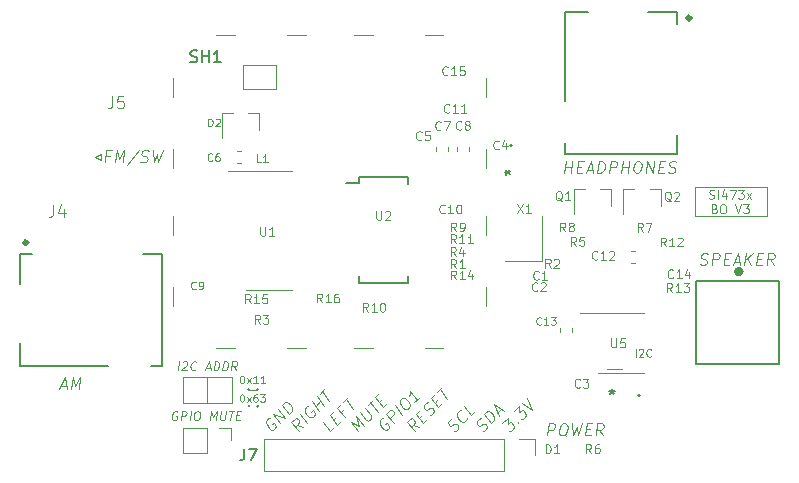
<source format=gbr>
%TF.GenerationSoftware,KiCad,Pcbnew,(5.1.6-0-10_14)*%
%TF.CreationDate,2021-03-25T12:14:58-05:00*%
%TF.ProjectId,MBRadio_4732_BO3,4d425261-6469-46f5-9f34-3733325f424f,rev?*%
%TF.SameCoordinates,Original*%
%TF.FileFunction,Legend,Top*%
%TF.FilePolarity,Positive*%
%FSLAX46Y46*%
G04 Gerber Fmt 4.6, Leading zero omitted, Abs format (unit mm)*
G04 Created by KiCad (PCBNEW (5.1.6-0-10_14)) date 2021-03-25 12:14:58*
%MOMM*%
%LPD*%
G01*
G04 APERTURE LIST*
%ADD10C,0.100000*%
%ADD11C,0.120000*%
%ADD12C,0.127000*%
%ADD13C,0.340000*%
%ADD14C,0.150000*%
%ADD15C,0.152400*%
%ADD16C,0.400000*%
%ADD17C,0.015000*%
G04 APERTURE END LIST*
D10*
X96447410Y-114112380D02*
X96572410Y-113112380D01*
X96512886Y-113588571D02*
X97084315Y-113588571D01*
X97018839Y-114112380D02*
X97143839Y-113112380D01*
X97560505Y-113588571D02*
X97893839Y-113588571D01*
X97971220Y-114112380D02*
X97495029Y-114112380D01*
X97620029Y-113112380D01*
X98096220Y-113112380D01*
X98387886Y-113826666D02*
X98864077Y-113826666D01*
X98256934Y-114112380D02*
X98715267Y-113112380D01*
X98923601Y-114112380D01*
X99256934Y-114112380D02*
X99381934Y-113112380D01*
X99620029Y-113112380D01*
X99756934Y-113160000D01*
X99840267Y-113255238D01*
X99875982Y-113350476D01*
X99899791Y-113540952D01*
X99881934Y-113683809D01*
X99810505Y-113874285D01*
X99750982Y-113969523D01*
X99643839Y-114064761D01*
X99495029Y-114112380D01*
X99256934Y-114112380D01*
X100256934Y-114112380D02*
X100381934Y-113112380D01*
X100762886Y-113112380D01*
X100852172Y-113160000D01*
X100893839Y-113207619D01*
X100929553Y-113302857D01*
X100911696Y-113445714D01*
X100852172Y-113540952D01*
X100798601Y-113588571D01*
X100697410Y-113636190D01*
X100316458Y-113636190D01*
X101256934Y-114112380D02*
X101381934Y-113112380D01*
X101322410Y-113588571D02*
X101893839Y-113588571D01*
X101828363Y-114112380D02*
X101953363Y-113112380D01*
X102620029Y-113112380D02*
X102810505Y-113112380D01*
X102899791Y-113160000D01*
X102983125Y-113255238D01*
X103006934Y-113445714D01*
X102965267Y-113779047D01*
X102893839Y-113969523D01*
X102786696Y-114064761D01*
X102685505Y-114112380D01*
X102495029Y-114112380D01*
X102405744Y-114064761D01*
X102322410Y-113969523D01*
X102298601Y-113779047D01*
X102340267Y-113445714D01*
X102411696Y-113255238D01*
X102518839Y-113160000D01*
X102620029Y-113112380D01*
X103352172Y-114112380D02*
X103477172Y-113112380D01*
X103923601Y-114112380D01*
X104048601Y-113112380D01*
X104465267Y-113588571D02*
X104798601Y-113588571D01*
X104875982Y-114112380D02*
X104399791Y-114112380D01*
X104524791Y-113112380D01*
X105000982Y-113112380D01*
X105262886Y-114064761D02*
X105399791Y-114112380D01*
X105637886Y-114112380D01*
X105739077Y-114064761D01*
X105792648Y-114017142D01*
X105852172Y-113921904D01*
X105864077Y-113826666D01*
X105828363Y-113731428D01*
X105786696Y-113683809D01*
X105697410Y-113636190D01*
X105512886Y-113588571D01*
X105423601Y-113540952D01*
X105381934Y-113493333D01*
X105346220Y-113398095D01*
X105358125Y-113302857D01*
X105417648Y-113207619D01*
X105471220Y-113160000D01*
X105572410Y-113112380D01*
X105810505Y-113112380D01*
X105947410Y-113160000D01*
X107940982Y-121864761D02*
X108077886Y-121912380D01*
X108315982Y-121912380D01*
X108417172Y-121864761D01*
X108470744Y-121817142D01*
X108530267Y-121721904D01*
X108542172Y-121626666D01*
X108506458Y-121531428D01*
X108464791Y-121483809D01*
X108375505Y-121436190D01*
X108190982Y-121388571D01*
X108101696Y-121340952D01*
X108060029Y-121293333D01*
X108024315Y-121198095D01*
X108036220Y-121102857D01*
X108095744Y-121007619D01*
X108149315Y-120960000D01*
X108250505Y-120912380D01*
X108488601Y-120912380D01*
X108625505Y-120960000D01*
X108935029Y-121912380D02*
X109060029Y-120912380D01*
X109440982Y-120912380D01*
X109530267Y-120960000D01*
X109571934Y-121007619D01*
X109607648Y-121102857D01*
X109589791Y-121245714D01*
X109530267Y-121340952D01*
X109476696Y-121388571D01*
X109375505Y-121436190D01*
X108994553Y-121436190D01*
X110000505Y-121388571D02*
X110333839Y-121388571D01*
X110411220Y-121912380D02*
X109935029Y-121912380D01*
X110060029Y-120912380D01*
X110536220Y-120912380D01*
X110827886Y-121626666D02*
X111304077Y-121626666D01*
X110696934Y-121912380D02*
X111155267Y-120912380D01*
X111363601Y-121912380D01*
X111696934Y-121912380D02*
X111821934Y-120912380D01*
X112268363Y-121912380D02*
X111911220Y-121340952D01*
X112393363Y-120912380D02*
X111750505Y-121483809D01*
X112762410Y-121388571D02*
X113095744Y-121388571D01*
X113173125Y-121912380D02*
X112696934Y-121912380D01*
X112821934Y-120912380D01*
X113298125Y-120912380D01*
X114173125Y-121912380D02*
X113899315Y-121436190D01*
X113601696Y-121912380D02*
X113726696Y-120912380D01*
X114107648Y-120912380D01*
X114196934Y-120960000D01*
X114238601Y-121007619D01*
X114274315Y-121102857D01*
X114256458Y-121245714D01*
X114196934Y-121340952D01*
X114143363Y-121388571D01*
X114042172Y-121436190D01*
X113661220Y-121436190D01*
X76988619Y-135652042D02*
X76651901Y-135988759D01*
X76033183Y-135193264D01*
X76900230Y-134999652D02*
X77135932Y-134763949D01*
X77561038Y-135079622D02*
X77224321Y-135416339D01*
X76605602Y-134620844D01*
X76942320Y-134284127D01*
X77775696Y-134124186D02*
X77539994Y-134359888D01*
X77864084Y-134776576D02*
X77245366Y-133981081D01*
X77582083Y-133644364D01*
X77750442Y-133476005D02*
X78154503Y-133071944D01*
X78571191Y-134069469D02*
X77952472Y-133273974D01*
X74369245Y-135584698D02*
X73838914Y-135441593D01*
X73965184Y-135988759D02*
X73346465Y-135193264D01*
X73615839Y-134923890D01*
X73712645Y-134894427D01*
X73775780Y-134898636D01*
X73868377Y-134940725D01*
X73956766Y-135054368D01*
X73982019Y-135163801D01*
X73977810Y-135235353D01*
X73939930Y-135340578D01*
X73670556Y-135609952D01*
X74672290Y-135281652D02*
X74053572Y-134486157D01*
X74790141Y-133816931D02*
X74693335Y-133846394D01*
X74592320Y-133947409D01*
X74520767Y-134086305D01*
X74512350Y-134229410D01*
X74537603Y-134338843D01*
X74621783Y-134524038D01*
X74710171Y-134637680D01*
X74861694Y-134755531D01*
X74954291Y-134797621D01*
X75080560Y-134806038D01*
X75211038Y-134742904D01*
X75278382Y-134675560D01*
X75349934Y-134536664D01*
X75354143Y-134465112D01*
X75147904Y-134199947D01*
X75013217Y-134334634D01*
X75716115Y-134237828D02*
X75097396Y-133442333D01*
X75392024Y-133821140D02*
X75796085Y-133417079D01*
X76120176Y-133833767D02*
X75501457Y-133038272D01*
X75737159Y-132802569D02*
X76141220Y-132398508D01*
X76557908Y-133396034D02*
X75939190Y-132600539D01*
X63703169Y-134315000D02*
X63636205Y-134279285D01*
X63529062Y-134279285D01*
X63417455Y-134315000D01*
X63337098Y-134386428D01*
X63292455Y-134457857D01*
X63238883Y-134600714D01*
X63225491Y-134707857D01*
X63243348Y-134850714D01*
X63270133Y-134922142D01*
X63332633Y-134993571D01*
X63435312Y-135029285D01*
X63506741Y-135029285D01*
X63618348Y-134993571D01*
X63658526Y-134957857D01*
X63689776Y-134707857D01*
X63546919Y-134707857D01*
X63971026Y-135029285D02*
X64064776Y-134279285D01*
X64350491Y-134279285D01*
X64417455Y-134315000D01*
X64448705Y-134350714D01*
X64475491Y-134422142D01*
X64462098Y-134529285D01*
X64417455Y-134600714D01*
X64377276Y-134636428D01*
X64301383Y-134672142D01*
X64015669Y-134672142D01*
X64721026Y-135029285D02*
X64814776Y-134279285D01*
X65314776Y-134279285D02*
X65457633Y-134279285D01*
X65524598Y-134315000D01*
X65587098Y-134386428D01*
X65604955Y-134529285D01*
X65573705Y-134779285D01*
X65520133Y-134922142D01*
X65439776Y-134993571D01*
X65363883Y-135029285D01*
X65221026Y-135029285D01*
X65154062Y-134993571D01*
X65091562Y-134922142D01*
X65073705Y-134779285D01*
X65104955Y-134529285D01*
X65158526Y-134386428D01*
X65238883Y-134315000D01*
X65314776Y-134279285D01*
X66435312Y-135029285D02*
X66529062Y-134279285D01*
X66712098Y-134815000D01*
X67029062Y-134279285D01*
X66935312Y-135029285D01*
X67386205Y-134279285D02*
X67310312Y-134886428D01*
X67337098Y-134957857D01*
X67368348Y-134993571D01*
X67435312Y-135029285D01*
X67578169Y-135029285D01*
X67654062Y-134993571D01*
X67694241Y-134957857D01*
X67738883Y-134886428D01*
X67814776Y-134279285D01*
X68064776Y-134279285D02*
X68493348Y-134279285D01*
X68185312Y-135029285D02*
X68279062Y-134279285D01*
X68698705Y-134636428D02*
X68948705Y-134636428D01*
X69006741Y-135029285D02*
X68649598Y-135029285D01*
X68743348Y-134279285D01*
X69100491Y-134279285D01*
X63721741Y-130819285D02*
X63815491Y-130069285D01*
X64127991Y-130140714D02*
X64168169Y-130105000D01*
X64244062Y-130069285D01*
X64422633Y-130069285D01*
X64489598Y-130105000D01*
X64520848Y-130140714D01*
X64547633Y-130212142D01*
X64538705Y-130283571D01*
X64489598Y-130390714D01*
X64007455Y-130819285D01*
X64471741Y-130819285D01*
X65230669Y-130747857D02*
X65190491Y-130783571D01*
X65078883Y-130819285D01*
X65007455Y-130819285D01*
X64904776Y-130783571D01*
X64842276Y-130712142D01*
X64815491Y-130640714D01*
X64797633Y-130497857D01*
X64811026Y-130390714D01*
X64864598Y-130247857D01*
X64909241Y-130176428D01*
X64989598Y-130105000D01*
X65101205Y-130069285D01*
X65172633Y-130069285D01*
X65275312Y-130105000D01*
X65306562Y-130140714D01*
X66105669Y-130605000D02*
X66462812Y-130605000D01*
X66007455Y-130819285D02*
X66351205Y-130069285D01*
X66507455Y-130819285D01*
X66757455Y-130819285D02*
X66851205Y-130069285D01*
X67029776Y-130069285D01*
X67132455Y-130105000D01*
X67194955Y-130176428D01*
X67221741Y-130247857D01*
X67239598Y-130390714D01*
X67226205Y-130497857D01*
X67172633Y-130640714D01*
X67127991Y-130712142D01*
X67047633Y-130783571D01*
X66936026Y-130819285D01*
X66757455Y-130819285D01*
X67507455Y-130819285D02*
X67601205Y-130069285D01*
X67779776Y-130069285D01*
X67882455Y-130105000D01*
X67944955Y-130176428D01*
X67971741Y-130247857D01*
X67989598Y-130390714D01*
X67976205Y-130497857D01*
X67922633Y-130640714D01*
X67877991Y-130712142D01*
X67797633Y-130783571D01*
X67686026Y-130819285D01*
X67507455Y-130819285D01*
X68686026Y-130819285D02*
X68480669Y-130462142D01*
X68257455Y-130819285D02*
X68351205Y-130069285D01*
X68636919Y-130069285D01*
X68703883Y-130105000D01*
X68735133Y-130140714D01*
X68761919Y-130212142D01*
X68748526Y-130319285D01*
X68703883Y-130390714D01*
X68663705Y-130426428D01*
X68587812Y-130462142D01*
X68302098Y-130462142D01*
X53820267Y-132126666D02*
X54296458Y-132126666D01*
X53689315Y-132412380D02*
X54147648Y-131412380D01*
X54355982Y-132412380D01*
X54689315Y-132412380D02*
X54814315Y-131412380D01*
X55058363Y-132126666D01*
X55480982Y-131412380D01*
X55355982Y-132412380D01*
X57959553Y-112668571D02*
X57626220Y-112668571D01*
X57560744Y-113192380D02*
X57685744Y-112192380D01*
X58161934Y-112192380D01*
X58417886Y-113192380D02*
X58542886Y-112192380D01*
X58786934Y-112906666D01*
X59209553Y-112192380D01*
X59084553Y-113192380D01*
X60405982Y-112144761D02*
X59388125Y-113430476D01*
X60566696Y-113144761D02*
X60703601Y-113192380D01*
X60941696Y-113192380D01*
X61042886Y-113144761D01*
X61096458Y-113097142D01*
X61155982Y-113001904D01*
X61167886Y-112906666D01*
X61132172Y-112811428D01*
X61090505Y-112763809D01*
X61001220Y-112716190D01*
X60816696Y-112668571D01*
X60727410Y-112620952D01*
X60685744Y-112573333D01*
X60650029Y-112478095D01*
X60661934Y-112382857D01*
X60721458Y-112287619D01*
X60775029Y-112240000D01*
X60876220Y-112192380D01*
X61114315Y-112192380D01*
X61251220Y-112240000D01*
X61590505Y-112192380D02*
X61703601Y-113192380D01*
X61983363Y-112478095D01*
X62084553Y-113192380D01*
X62447648Y-112192380D01*
X71494050Y-134860755D02*
X71397244Y-134890218D01*
X71296228Y-134991233D01*
X71224676Y-135130129D01*
X71216258Y-135273234D01*
X71241512Y-135382667D01*
X71325691Y-135567862D01*
X71414080Y-135681504D01*
X71565602Y-135799355D01*
X71658200Y-135841445D01*
X71784469Y-135849863D01*
X71914947Y-135786728D01*
X71982290Y-135719385D01*
X72053843Y-135580489D01*
X72058052Y-135508937D01*
X71851812Y-135243771D01*
X71717125Y-135378458D01*
X72420023Y-135281652D02*
X71801305Y-134486157D01*
X72824084Y-134877591D01*
X72205366Y-134082096D01*
X73160802Y-134540874D02*
X72542083Y-133745379D01*
X72710442Y-133577020D01*
X72840920Y-133513885D01*
X72967189Y-133522303D01*
X73059786Y-133564393D01*
X73211309Y-133682244D01*
X73299698Y-133795886D01*
X73383877Y-133981081D01*
X73409131Y-134090514D01*
X73400713Y-134233619D01*
X73329160Y-134372515D01*
X73160802Y-134540874D01*
X78996706Y-135988759D02*
X78377988Y-135193264D01*
X79055632Y-135525772D01*
X78849393Y-134721859D01*
X79468111Y-135517354D01*
X79186110Y-134385142D02*
X79686977Y-135029114D01*
X79779575Y-135071204D01*
X79842709Y-135075413D01*
X79939515Y-135045950D01*
X80074202Y-134911263D01*
X80112083Y-134806039D01*
X80116292Y-134734486D01*
X80091038Y-134625053D01*
X79590171Y-133981081D01*
X79825873Y-133745378D02*
X80229934Y-133341317D01*
X80646622Y-134338843D02*
X80027904Y-133543348D01*
X80760264Y-133484422D02*
X80995967Y-133248720D01*
X81421073Y-133564393D02*
X81084355Y-133901110D01*
X80465637Y-133105615D01*
X80802354Y-132768898D01*
X81088974Y-134860755D02*
X80992167Y-134890217D01*
X80891152Y-134991233D01*
X80819600Y-135130129D01*
X80811182Y-135273234D01*
X80836436Y-135382667D01*
X80920615Y-135567861D01*
X81009003Y-135681504D01*
X81160526Y-135799355D01*
X81253123Y-135841444D01*
X81379393Y-135849862D01*
X81509871Y-135786728D01*
X81577214Y-135719384D01*
X81648767Y-135580488D01*
X81652975Y-135508936D01*
X81446736Y-135243771D01*
X81312049Y-135378458D01*
X82014947Y-135281651D02*
X81396228Y-134486156D01*
X81665602Y-134216782D01*
X81762409Y-134187320D01*
X81825543Y-134191529D01*
X81918141Y-134233618D01*
X82006529Y-134347260D01*
X82031783Y-134456694D01*
X82027574Y-134528246D01*
X81989693Y-134633470D01*
X81720319Y-134902844D01*
X82722054Y-134574545D02*
X82103335Y-133779050D01*
X82574740Y-133307645D02*
X82709427Y-133172958D01*
X82806233Y-133143495D01*
X82932502Y-133151913D01*
X83084025Y-133269764D01*
X83290264Y-133534929D01*
X83374444Y-133720124D01*
X83366026Y-133863229D01*
X83328145Y-133968453D01*
X83193458Y-134103140D01*
X83096652Y-134132603D01*
X82970383Y-134124185D01*
X82818860Y-134006334D01*
X82612620Y-133741169D01*
X82528441Y-133555974D01*
X82536859Y-133412869D01*
X82574740Y-133307645D01*
X84169939Y-133126659D02*
X83765878Y-133530720D01*
X83967908Y-133328690D02*
X83349190Y-132533195D01*
X83370235Y-132714180D01*
X83361817Y-132857285D01*
X83323936Y-132962510D01*
X84175065Y-135584697D02*
X83644735Y-135441592D01*
X83771004Y-135988758D02*
X83152286Y-135193263D01*
X83421660Y-134923889D01*
X83518466Y-134894426D01*
X83581601Y-134898635D01*
X83674198Y-134940725D01*
X83762586Y-135054367D01*
X83787840Y-135163800D01*
X83783631Y-135235353D01*
X83745750Y-135340577D01*
X83476376Y-135609951D01*
X84154020Y-134864963D02*
X84389723Y-134629261D01*
X84814828Y-134944934D02*
X84478111Y-135281651D01*
X83859393Y-134486156D01*
X84196110Y-134149439D01*
X85054740Y-134637679D02*
X85185218Y-134574545D01*
X85353576Y-134406186D01*
X85391457Y-134300962D01*
X85395666Y-134229409D01*
X85370412Y-134119976D01*
X85311487Y-134044214D01*
X85218889Y-134002125D01*
X85155755Y-133997916D01*
X85058949Y-134027379D01*
X84894799Y-134124185D01*
X84797993Y-134153648D01*
X84734858Y-134149439D01*
X84642261Y-134107349D01*
X84583335Y-134031588D01*
X84558081Y-133922154D01*
X84562290Y-133850602D01*
X84600171Y-133745378D01*
X84768530Y-133577019D01*
X84899008Y-133513884D01*
X85467219Y-133551765D02*
X85702921Y-133316063D01*
X86128027Y-133631736D02*
X85791309Y-133968453D01*
X85172591Y-133172958D01*
X85509308Y-132836240D01*
X85711339Y-132634210D02*
X86115400Y-132230149D01*
X86532088Y-133227674D02*
X85913369Y-132432179D01*
X87120797Y-135984550D02*
X87251275Y-135921415D01*
X87419634Y-135753056D01*
X87457515Y-135647832D01*
X87461724Y-135576280D01*
X87436470Y-135466847D01*
X87377544Y-135391085D01*
X87284947Y-135348995D01*
X87221812Y-135344786D01*
X87125006Y-135374249D01*
X86960856Y-135471056D01*
X86864050Y-135500518D01*
X86800915Y-135496309D01*
X86708318Y-135454220D01*
X86649393Y-135378458D01*
X86624139Y-135269025D01*
X86628348Y-135197473D01*
X86666228Y-135092248D01*
X86834587Y-134923890D01*
X86965065Y-134860755D01*
X88202502Y-134835501D02*
X88198293Y-134907054D01*
X88126741Y-135045950D01*
X88059397Y-135113293D01*
X87928919Y-135176428D01*
X87802650Y-135168010D01*
X87710053Y-135125920D01*
X87558530Y-135008069D01*
X87470141Y-134894427D01*
X87385962Y-134709232D01*
X87360708Y-134599799D01*
X87369126Y-134456694D01*
X87440679Y-134317798D01*
X87508022Y-134250455D01*
X87638500Y-134187320D01*
X87701635Y-134191529D01*
X88901191Y-134271499D02*
X88564473Y-134608217D01*
X87945755Y-133812722D01*
X89543961Y-135984550D02*
X89674439Y-135921415D01*
X89842798Y-135753056D01*
X89880679Y-135647832D01*
X89884888Y-135576280D01*
X89859634Y-135466846D01*
X89800708Y-135391085D01*
X89708111Y-135348995D01*
X89644976Y-135344786D01*
X89548170Y-135374249D01*
X89384020Y-135471055D01*
X89287214Y-135500518D01*
X89224080Y-135496309D01*
X89131482Y-135454220D01*
X89072557Y-135378458D01*
X89047303Y-135269025D01*
X89051512Y-135197472D01*
X89089393Y-135092248D01*
X89257751Y-134923889D01*
X89388229Y-134860755D01*
X90280531Y-135315324D02*
X89661812Y-134519828D01*
X89830171Y-134351470D01*
X89960649Y-134288335D01*
X90086918Y-134296753D01*
X90179515Y-134338843D01*
X90331038Y-134456694D01*
X90419427Y-134570336D01*
X90503606Y-134755531D01*
X90528860Y-134864964D01*
X90520442Y-135008069D01*
X90448889Y-135146965D01*
X90280531Y-135315324D01*
X90777189Y-134414604D02*
X91113907Y-134077887D01*
X90886622Y-134709232D02*
X90503606Y-133678035D01*
X91358027Y-134237828D01*
X91209511Y-135260607D02*
X91647244Y-134822874D01*
X91647244Y-135361622D01*
X91748259Y-135260607D01*
X91845065Y-135231144D01*
X91908200Y-135235353D01*
X92000797Y-135277443D01*
X92148111Y-135466846D01*
X92173365Y-135576280D01*
X92169156Y-135647832D01*
X92131275Y-135753056D01*
X91929245Y-135955087D01*
X91832438Y-135984549D01*
X91769304Y-135980341D01*
X92510082Y-135239562D02*
X92573217Y-135243771D01*
X92569008Y-135315323D01*
X92505873Y-135311114D01*
X92510082Y-135239562D01*
X92569008Y-135315323D01*
X92219663Y-134250454D02*
X92657396Y-133812722D01*
X92657396Y-134351470D01*
X92758411Y-134250454D01*
X92855218Y-134220992D01*
X92918352Y-134225200D01*
X93010950Y-134267290D01*
X93158263Y-134456694D01*
X93183517Y-134566127D01*
X93179308Y-134637679D01*
X93141428Y-134742904D01*
X92939397Y-134944934D01*
X92842591Y-134974397D01*
X92779456Y-134970188D01*
X92859427Y-133610691D02*
X93713847Y-134170484D01*
X93330831Y-133139286D01*
X95024553Y-136312380D02*
X95149553Y-135312380D01*
X95530505Y-135312380D01*
X95619791Y-135360000D01*
X95661458Y-135407619D01*
X95697172Y-135502857D01*
X95679315Y-135645714D01*
X95619791Y-135740952D01*
X95566220Y-135788571D01*
X95465029Y-135836190D01*
X95084077Y-135836190D01*
X96340029Y-135312380D02*
X96530505Y-135312380D01*
X96619791Y-135360000D01*
X96703125Y-135455238D01*
X96726934Y-135645714D01*
X96685267Y-135979047D01*
X96613839Y-136169523D01*
X96506696Y-136264761D01*
X96405505Y-136312380D01*
X96215029Y-136312380D01*
X96125744Y-136264761D01*
X96042410Y-136169523D01*
X96018601Y-135979047D01*
X96060267Y-135645714D01*
X96131696Y-135455238D01*
X96238839Y-135360000D01*
X96340029Y-135312380D01*
X97101934Y-135312380D02*
X97215029Y-136312380D01*
X97494791Y-135598095D01*
X97595982Y-136312380D01*
X97959077Y-135312380D01*
X98280505Y-135788571D02*
X98613839Y-135788571D01*
X98691220Y-136312380D02*
X98215029Y-136312380D01*
X98340029Y-135312380D01*
X98816220Y-135312380D01*
X99691220Y-136312380D02*
X99417410Y-135836190D01*
X99119791Y-136312380D02*
X99244791Y-135312380D01*
X99625744Y-135312380D01*
X99715029Y-135360000D01*
X99756696Y-135407619D01*
X99792410Y-135502857D01*
X99774553Y-135645714D01*
X99715029Y-135740952D01*
X99661458Y-135788571D01*
X99560267Y-135836190D01*
X99179315Y-135836190D01*
X102499761Y-129664047D02*
X102499761Y-129014047D01*
X102778333Y-129075952D02*
X102809285Y-129045000D01*
X102871190Y-129014047D01*
X103025952Y-129014047D01*
X103087857Y-129045000D01*
X103118809Y-129075952D01*
X103149761Y-129137857D01*
X103149761Y-129199761D01*
X103118809Y-129292619D01*
X102747380Y-129664047D01*
X103149761Y-129664047D01*
X103799761Y-129602142D02*
X103768809Y-129633095D01*
X103675952Y-129664047D01*
X103614047Y-129664047D01*
X103521190Y-129633095D01*
X103459285Y-129571190D01*
X103428333Y-129509285D01*
X103397380Y-129385476D01*
X103397380Y-129292619D01*
X103428333Y-129168809D01*
X103459285Y-129106904D01*
X103521190Y-129045000D01*
X103614047Y-129014047D01*
X103675952Y-129014047D01*
X103768809Y-129045000D01*
X103799761Y-129075952D01*
D11*
X70430000Y-133860000D02*
X70560000Y-133860000D01*
X69790000Y-133860000D02*
X69800000Y-133860000D01*
X69750000Y-133860000D02*
X69790000Y-133860000D01*
X68280000Y-133550000D02*
X68280000Y-132490000D01*
X66220000Y-133550000D02*
X68280000Y-133550000D01*
X66220000Y-131430000D02*
X67210000Y-131430000D01*
X113590000Y-117800000D02*
X113590000Y-115280000D01*
X69710000Y-132450000D02*
X70460000Y-132450000D01*
D10*
X70618167Y-133860000D02*
G75*
G03*
X70618167Y-133860000I-108167J0D01*
G01*
X69868167Y-133860000D02*
G75*
G03*
X69868167Y-133860000I-108167J0D01*
G01*
X70568167Y-132450000D02*
G75*
G03*
X70568167Y-132450000I-108167J0D01*
G01*
X69818167Y-132450000D02*
G75*
G03*
X69818167Y-132450000I-108167J0D01*
G01*
X69133571Y-131274047D02*
X69195476Y-131274047D01*
X69257380Y-131305000D01*
X69288333Y-131335952D01*
X69319285Y-131397857D01*
X69350238Y-131521666D01*
X69350238Y-131676428D01*
X69319285Y-131800238D01*
X69288333Y-131862142D01*
X69257380Y-131893095D01*
X69195476Y-131924047D01*
X69133571Y-131924047D01*
X69071666Y-131893095D01*
X69040714Y-131862142D01*
X69009761Y-131800238D01*
X68978809Y-131676428D01*
X68978809Y-131521666D01*
X69009761Y-131397857D01*
X69040714Y-131335952D01*
X69071666Y-131305000D01*
X69133571Y-131274047D01*
X69566904Y-131924047D02*
X69907380Y-131490714D01*
X69566904Y-131490714D02*
X69907380Y-131924047D01*
X70495476Y-131924047D02*
X70124047Y-131924047D01*
X70309761Y-131924047D02*
X70309761Y-131274047D01*
X70247857Y-131366904D01*
X70185952Y-131428809D01*
X70124047Y-131459761D01*
X71114523Y-131924047D02*
X70743095Y-131924047D01*
X70928809Y-131924047D02*
X70928809Y-131274047D01*
X70866904Y-131366904D01*
X70805000Y-131428809D01*
X70743095Y-131459761D01*
D11*
X101350000Y-130710000D02*
X100080000Y-130710000D01*
D10*
X69133571Y-132844047D02*
X69195476Y-132844047D01*
X69257380Y-132875000D01*
X69288333Y-132905952D01*
X69319285Y-132967857D01*
X69350238Y-133091666D01*
X69350238Y-133246428D01*
X69319285Y-133370238D01*
X69288333Y-133432142D01*
X69257380Y-133463095D01*
X69195476Y-133494047D01*
X69133571Y-133494047D01*
X69071666Y-133463095D01*
X69040714Y-133432142D01*
X69009761Y-133370238D01*
X68978809Y-133246428D01*
X68978809Y-133091666D01*
X69009761Y-132967857D01*
X69040714Y-132905952D01*
X69071666Y-132875000D01*
X69133571Y-132844047D01*
X69566904Y-133494047D02*
X69907380Y-133060714D01*
X69566904Y-133060714D02*
X69907380Y-133494047D01*
X70433571Y-132844047D02*
X70309761Y-132844047D01*
X70247857Y-132875000D01*
X70216904Y-132905952D01*
X70155000Y-132998809D01*
X70124047Y-133122619D01*
X70124047Y-133370238D01*
X70155000Y-133432142D01*
X70185952Y-133463095D01*
X70247857Y-133494047D01*
X70371666Y-133494047D01*
X70433571Y-133463095D01*
X70464523Y-133432142D01*
X70495476Y-133370238D01*
X70495476Y-133215476D01*
X70464523Y-133153571D01*
X70433571Y-133122619D01*
X70371666Y-133091666D01*
X70247857Y-133091666D01*
X70185952Y-133122619D01*
X70155000Y-133153571D01*
X70124047Y-133215476D01*
X70712142Y-132844047D02*
X71114523Y-132844047D01*
X70897857Y-133091666D01*
X70990714Y-133091666D01*
X71052619Y-133122619D01*
X71083571Y-133153571D01*
X71114523Y-133215476D01*
X71114523Y-133370238D01*
X71083571Y-133432142D01*
X71052619Y-133463095D01*
X70990714Y-133494047D01*
X70805000Y-133494047D01*
X70743095Y-133463095D01*
X70712142Y-133432142D01*
D11*
X107530000Y-115280000D02*
X113530000Y-115280000D01*
X107530000Y-117780000D02*
X113530000Y-117780000D01*
X107530000Y-115280000D02*
X107530000Y-117780000D01*
D10*
X108712142Y-116261071D02*
X108819285Y-116296785D01*
X108997857Y-116296785D01*
X109069285Y-116261071D01*
X109105000Y-116225357D01*
X109140714Y-116153928D01*
X109140714Y-116082500D01*
X109105000Y-116011071D01*
X109069285Y-115975357D01*
X108997857Y-115939642D01*
X108855000Y-115903928D01*
X108783571Y-115868214D01*
X108747857Y-115832500D01*
X108712142Y-115761071D01*
X108712142Y-115689642D01*
X108747857Y-115618214D01*
X108783571Y-115582500D01*
X108855000Y-115546785D01*
X109033571Y-115546785D01*
X109140714Y-115582500D01*
X109462142Y-116296785D02*
X109462142Y-115546785D01*
X110140714Y-115796785D02*
X110140714Y-116296785D01*
X109962142Y-115511071D02*
X109783571Y-116046785D01*
X110247857Y-116046785D01*
X110462142Y-115546785D02*
X110962142Y-115546785D01*
X110640714Y-116296785D01*
X111176428Y-115546785D02*
X111640714Y-115546785D01*
X111390714Y-115832500D01*
X111497857Y-115832500D01*
X111569285Y-115868214D01*
X111605000Y-115903928D01*
X111640714Y-115975357D01*
X111640714Y-116153928D01*
X111605000Y-116225357D01*
X111569285Y-116261071D01*
X111497857Y-116296785D01*
X111283571Y-116296785D01*
X111212142Y-116261071D01*
X111176428Y-116225357D01*
X111890714Y-116296785D02*
X112283571Y-115796785D01*
X111890714Y-115796785D02*
X112283571Y-116296785D01*
X109176428Y-117128928D02*
X109283571Y-117164642D01*
X109319285Y-117200357D01*
X109355000Y-117271785D01*
X109355000Y-117378928D01*
X109319285Y-117450357D01*
X109283571Y-117486071D01*
X109212142Y-117521785D01*
X108926428Y-117521785D01*
X108926428Y-116771785D01*
X109176428Y-116771785D01*
X109247857Y-116807500D01*
X109283571Y-116843214D01*
X109319285Y-116914642D01*
X109319285Y-116986071D01*
X109283571Y-117057500D01*
X109247857Y-117093214D01*
X109176428Y-117128928D01*
X108926428Y-117128928D01*
X109819285Y-116771785D02*
X109962142Y-116771785D01*
X110033571Y-116807500D01*
X110105000Y-116878928D01*
X110140714Y-117021785D01*
X110140714Y-117271785D01*
X110105000Y-117414642D01*
X110033571Y-117486071D01*
X109962142Y-117521785D01*
X109819285Y-117521785D01*
X109747857Y-117486071D01*
X109676428Y-117414642D01*
X109640714Y-117271785D01*
X109640714Y-117021785D01*
X109676428Y-116878928D01*
X109747857Y-116807500D01*
X109819285Y-116771785D01*
X110926428Y-116771785D02*
X111176428Y-117521785D01*
X111426428Y-116771785D01*
X111605000Y-116771785D02*
X112069285Y-116771785D01*
X111819285Y-117057500D01*
X111926428Y-117057500D01*
X111997857Y-117093214D01*
X112033571Y-117128928D01*
X112069285Y-117200357D01*
X112069285Y-117378928D01*
X112033571Y-117450357D01*
X111997857Y-117486071D01*
X111926428Y-117521785D01*
X111712142Y-117521785D01*
X111640714Y-117486071D01*
X111605000Y-117450357D01*
D11*
%TO.C,C13*%
X97070000Y-127542779D02*
X97070000Y-127217221D01*
X96050000Y-127542779D02*
X96050000Y-127217221D01*
%TO.C,U5*%
X101240000Y-131060000D02*
X103190000Y-131060000D01*
X101240000Y-131060000D02*
X99290000Y-131060000D01*
X101240000Y-125940000D02*
X103190000Y-125940000D01*
X101240000Y-125940000D02*
X97790000Y-125940000D01*
%TO.C,D2*%
X70630000Y-109020000D02*
X69700000Y-109020000D01*
X67470000Y-109020000D02*
X68400000Y-109020000D01*
X67470000Y-109020000D02*
X67470000Y-111180000D01*
X70630000Y-109020000D02*
X70630000Y-110480000D01*
D12*
%TO.C,J3*%
X106000000Y-101500000D02*
X106000000Y-100500000D01*
X106000000Y-100500000D02*
X103500000Y-100500000D01*
X96500000Y-108000000D02*
X96500000Y-100500000D01*
X96500000Y-100500000D02*
X98500000Y-100500000D01*
X106000000Y-110900000D02*
X106000000Y-112500000D01*
X106000000Y-112500000D02*
X96500000Y-112500000D01*
X96500000Y-112500000D02*
X96500000Y-111600000D01*
D13*
X107170000Y-101000000D02*
G75*
G03*
X107170000Y-101000000I-170000J0D01*
G01*
D11*
%TO.C,L1*%
X68737221Y-112230000D02*
X69062779Y-112230000D01*
X68737221Y-113250000D02*
X69062779Y-113250000D01*
%TO.C,U1*%
X71470000Y-124050000D02*
X73420000Y-124050000D01*
X71470000Y-124050000D02*
X69520000Y-124050000D01*
X71470000Y-113930000D02*
X73420000Y-113930000D01*
X71470000Y-113930000D02*
X68020000Y-113930000D01*
%TO.C,JP1*%
X64160000Y-131430000D02*
X64160000Y-133550000D01*
X66220000Y-131430000D02*
X64160000Y-131430000D01*
X66220000Y-133550000D02*
X64160000Y-133550000D01*
X66220000Y-131430000D02*
X66220000Y-133550000D01*
X67220000Y-131430000D02*
X68280000Y-131430000D01*
X68280000Y-131430000D02*
X68280000Y-132490000D01*
%TO.C,J5*%
X56750000Y-112750000D02*
X57250000Y-112500000D01*
X57250000Y-112500000D02*
X57250000Y-113000000D01*
X57250000Y-113000000D02*
X56750000Y-112750000D01*
%TO.C,Q1*%
X100440000Y-115440000D02*
X100440000Y-116900000D01*
X97280000Y-115440000D02*
X97280000Y-117600000D01*
X97280000Y-115440000D02*
X98210000Y-115440000D01*
X100440000Y-115440000D02*
X99510000Y-115440000D01*
%TO.C,Q2*%
X104600000Y-115450000D02*
X103670000Y-115450000D01*
X101440000Y-115450000D02*
X102370000Y-115450000D01*
X101440000Y-115450000D02*
X101440000Y-117610000D01*
X104600000Y-115450000D02*
X104600000Y-116910000D01*
%TO.C,C7*%
X86590000Y-111937221D02*
X86590000Y-112262779D01*
X85570000Y-111937221D02*
X85570000Y-112262779D01*
%TO.C,C8*%
X87400000Y-111937221D02*
X87400000Y-112262779D01*
X88420000Y-111937221D02*
X88420000Y-112262779D01*
%TO.C,JP3*%
X68250000Y-135690000D02*
X68250000Y-136750000D01*
X67190000Y-135690000D02*
X68250000Y-135690000D01*
X66190000Y-135690000D02*
X66190000Y-137810000D01*
X66190000Y-137810000D02*
X64130000Y-137810000D01*
X66190000Y-135690000D02*
X64130000Y-135690000D01*
X64130000Y-135690000D02*
X64130000Y-137810000D01*
D14*
%TO.C,U2*%
X79095000Y-114950000D02*
X77970000Y-114950000D01*
X79095000Y-123425000D02*
X83245000Y-123425000D01*
X79095000Y-114475000D02*
X83245000Y-114475000D01*
X79095000Y-123425000D02*
X79095000Y-122867500D01*
X83245000Y-123425000D02*
X83245000Y-122867500D01*
X83245000Y-114475000D02*
X83245000Y-115032500D01*
X79095000Y-114475000D02*
X79095000Y-114950000D01*
D11*
%TO.C,X1*%
X94565000Y-121600000D02*
X94565000Y-117800000D01*
X91415000Y-121600000D02*
X94565000Y-121600000D01*
%TO.C,J7*%
X71010000Y-136670000D02*
X71010000Y-139330000D01*
X91390000Y-136670000D02*
X71010000Y-136670000D01*
X91390000Y-139330000D02*
X71010000Y-139330000D01*
X91390000Y-136670000D02*
X91390000Y-139330000D01*
X92660000Y-136670000D02*
X93990000Y-136670000D01*
X93990000Y-136670000D02*
X93990000Y-138000000D01*
D15*
%TO.C,C4*%
X92026200Y-111766900D02*
G75*
G03*
X92026200Y-111766900I-76200J0D01*
G01*
D11*
%TO.C,SH1*%
X66955000Y-102465000D02*
X68555000Y-102465000D01*
X66955000Y-128975000D02*
X68555000Y-128975000D01*
X72955000Y-102465000D02*
X74555000Y-102465000D01*
X72955000Y-128975000D02*
X74555000Y-128975000D01*
X78625000Y-102465000D02*
X80225000Y-102465000D01*
X78625000Y-128975000D02*
X80225000Y-128975000D01*
X84625000Y-102465000D02*
X86225000Y-102465000D01*
X84625000Y-128975000D02*
X86225000Y-128975000D01*
X63335000Y-106085000D02*
X63335000Y-107685000D01*
X89845000Y-106085000D02*
X89845000Y-107685000D01*
X63335000Y-112085000D02*
X63335000Y-113685000D01*
X89845000Y-112085000D02*
X89845000Y-113685000D01*
X63335000Y-117755000D02*
X63335000Y-119355000D01*
X89845000Y-117755000D02*
X89845000Y-119355000D01*
X63335000Y-123755000D02*
X63335000Y-125355000D01*
X89845000Y-123755000D02*
X89845000Y-125355000D01*
%TO.C,C12*%
X102097221Y-120720000D02*
X102422779Y-120720000D01*
X102097221Y-121740000D02*
X102422779Y-121740000D01*
D10*
%TO.C,D1*%
X96620000Y-136420000D02*
G75*
G03*
X96620000Y-136420000I-50000J0D01*
G01*
D12*
%TO.C,J6*%
X114630000Y-123250000D02*
X114630000Y-130250000D01*
X114630000Y-130250000D02*
X107630000Y-130250000D01*
X107630000Y-130250000D02*
X107630000Y-123250000D01*
X107630000Y-123250000D02*
X114630000Y-123250000D01*
D16*
X111430000Y-122460000D02*
G75*
G03*
X111430000Y-122460000I-200000J0D01*
G01*
D11*
%TO.C,JP0*%
X72030000Y-105010000D02*
X72030000Y-107010000D01*
X69230000Y-105010000D02*
X72030000Y-105010000D01*
X69230000Y-107010000D02*
X69230000Y-105010000D01*
X72030000Y-107010000D02*
X69230000Y-107010000D01*
D12*
%TO.C,J4*%
X51350000Y-121000000D02*
X50350000Y-121000000D01*
X50350000Y-121000000D02*
X50350000Y-123500000D01*
X57850000Y-130500000D02*
X50350000Y-130500000D01*
X50350000Y-130500000D02*
X50350000Y-128500000D01*
X60750000Y-121000000D02*
X62350000Y-121000000D01*
X62350000Y-121000000D02*
X62350000Y-130500000D01*
X62350000Y-130500000D02*
X61450000Y-130500000D01*
D13*
X51020000Y-120000000D02*
G75*
G03*
X51020000Y-120000000I-170000J0D01*
G01*
D15*
%TO.C,C3*%
X102869300Y-132940000D02*
G75*
G03*
X102869300Y-132940000I-76200J0D01*
G01*
%TO.C,R12*%
D10*
X105037857Y-120339285D02*
X104787857Y-119982142D01*
X104609285Y-120339285D02*
X104609285Y-119589285D01*
X104895000Y-119589285D01*
X104966428Y-119625000D01*
X105002142Y-119660714D01*
X105037857Y-119732142D01*
X105037857Y-119839285D01*
X105002142Y-119910714D01*
X104966428Y-119946428D01*
X104895000Y-119982142D01*
X104609285Y-119982142D01*
X105752142Y-120339285D02*
X105323571Y-120339285D01*
X105537857Y-120339285D02*
X105537857Y-119589285D01*
X105466428Y-119696428D01*
X105395000Y-119767857D01*
X105323571Y-119803571D01*
X106037857Y-119660714D02*
X106073571Y-119625000D01*
X106145000Y-119589285D01*
X106323571Y-119589285D01*
X106395000Y-119625000D01*
X106430714Y-119660714D01*
X106466428Y-119732142D01*
X106466428Y-119803571D01*
X106430714Y-119910714D01*
X106002142Y-120339285D01*
X106466428Y-120339285D01*
%TO.C,R13*%
X105597857Y-124189285D02*
X105347857Y-123832142D01*
X105169285Y-124189285D02*
X105169285Y-123439285D01*
X105455000Y-123439285D01*
X105526428Y-123475000D01*
X105562142Y-123510714D01*
X105597857Y-123582142D01*
X105597857Y-123689285D01*
X105562142Y-123760714D01*
X105526428Y-123796428D01*
X105455000Y-123832142D01*
X105169285Y-123832142D01*
X106312142Y-124189285D02*
X105883571Y-124189285D01*
X106097857Y-124189285D02*
X106097857Y-123439285D01*
X106026428Y-123546428D01*
X105955000Y-123617857D01*
X105883571Y-123653571D01*
X106562142Y-123439285D02*
X107026428Y-123439285D01*
X106776428Y-123725000D01*
X106883571Y-123725000D01*
X106955000Y-123760714D01*
X106990714Y-123796428D01*
X107026428Y-123867857D01*
X107026428Y-124046428D01*
X106990714Y-124117857D01*
X106955000Y-124153571D01*
X106883571Y-124189285D01*
X106669285Y-124189285D01*
X106597857Y-124153571D01*
X106562142Y-124117857D01*
%TO.C,C10*%
X86317857Y-117467857D02*
X86282142Y-117503571D01*
X86175000Y-117539285D01*
X86103571Y-117539285D01*
X85996428Y-117503571D01*
X85925000Y-117432142D01*
X85889285Y-117360714D01*
X85853571Y-117217857D01*
X85853571Y-117110714D01*
X85889285Y-116967857D01*
X85925000Y-116896428D01*
X85996428Y-116825000D01*
X86103571Y-116789285D01*
X86175000Y-116789285D01*
X86282142Y-116825000D01*
X86317857Y-116860714D01*
X87032142Y-117539285D02*
X86603571Y-117539285D01*
X86817857Y-117539285D02*
X86817857Y-116789285D01*
X86746428Y-116896428D01*
X86675000Y-116967857D01*
X86603571Y-117003571D01*
X87496428Y-116789285D02*
X87567857Y-116789285D01*
X87639285Y-116825000D01*
X87675000Y-116860714D01*
X87710714Y-116932142D01*
X87746428Y-117075000D01*
X87746428Y-117253571D01*
X87710714Y-117396428D01*
X87675000Y-117467857D01*
X87639285Y-117503571D01*
X87567857Y-117539285D01*
X87496428Y-117539285D01*
X87425000Y-117503571D01*
X87389285Y-117467857D01*
X87353571Y-117396428D01*
X87317857Y-117253571D01*
X87317857Y-117075000D01*
X87353571Y-116932142D01*
X87389285Y-116860714D01*
X87425000Y-116825000D01*
X87496428Y-116789285D01*
%TO.C,C13*%
X94492142Y-126912142D02*
X94461190Y-126943095D01*
X94368333Y-126974047D01*
X94306428Y-126974047D01*
X94213571Y-126943095D01*
X94151666Y-126881190D01*
X94120714Y-126819285D01*
X94089761Y-126695476D01*
X94089761Y-126602619D01*
X94120714Y-126478809D01*
X94151666Y-126416904D01*
X94213571Y-126355000D01*
X94306428Y-126324047D01*
X94368333Y-126324047D01*
X94461190Y-126355000D01*
X94492142Y-126385952D01*
X95111190Y-126974047D02*
X94739761Y-126974047D01*
X94925476Y-126974047D02*
X94925476Y-126324047D01*
X94863571Y-126416904D01*
X94801666Y-126478809D01*
X94739761Y-126509761D01*
X95327857Y-126324047D02*
X95730238Y-126324047D01*
X95513571Y-126571666D01*
X95606428Y-126571666D01*
X95668333Y-126602619D01*
X95699285Y-126633571D01*
X95730238Y-126695476D01*
X95730238Y-126850238D01*
X95699285Y-126912142D01*
X95668333Y-126943095D01*
X95606428Y-126974047D01*
X95420714Y-126974047D01*
X95358809Y-126943095D01*
X95327857Y-126912142D01*
%TO.C,U5*%
X100428571Y-128128738D02*
X100428571Y-128736690D01*
X100464285Y-128808214D01*
X100500000Y-128843976D01*
X100571428Y-128879738D01*
X100714285Y-128879738D01*
X100785714Y-128843976D01*
X100821428Y-128808214D01*
X100857142Y-128736690D01*
X100857142Y-128128738D01*
X101571428Y-128128738D02*
X101214285Y-128128738D01*
X101178571Y-128486357D01*
X101214285Y-128450595D01*
X101285714Y-128414833D01*
X101464285Y-128414833D01*
X101535714Y-128450595D01*
X101571428Y-128486357D01*
X101607142Y-128557880D01*
X101607142Y-128736690D01*
X101571428Y-128808214D01*
X101535714Y-128843976D01*
X101464285Y-128879738D01*
X101285714Y-128879738D01*
X101214285Y-128843976D01*
X101178571Y-128808214D01*
%TO.C,C6*%
X66651666Y-113042142D02*
X66620714Y-113073095D01*
X66527857Y-113104047D01*
X66465952Y-113104047D01*
X66373095Y-113073095D01*
X66311190Y-113011190D01*
X66280238Y-112949285D01*
X66249285Y-112825476D01*
X66249285Y-112732619D01*
X66280238Y-112608809D01*
X66311190Y-112546904D01*
X66373095Y-112485000D01*
X66465952Y-112454047D01*
X66527857Y-112454047D01*
X66620714Y-112485000D01*
X66651666Y-112515952D01*
X67208809Y-112454047D02*
X67085000Y-112454047D01*
X67023095Y-112485000D01*
X66992142Y-112515952D01*
X66930238Y-112608809D01*
X66899285Y-112732619D01*
X66899285Y-112980238D01*
X66930238Y-113042142D01*
X66961190Y-113073095D01*
X67023095Y-113104047D01*
X67146904Y-113104047D01*
X67208809Y-113073095D01*
X67239761Y-113042142D01*
X67270714Y-112980238D01*
X67270714Y-112825476D01*
X67239761Y-112763571D01*
X67208809Y-112732619D01*
X67146904Y-112701666D01*
X67023095Y-112701666D01*
X66961190Y-112732619D01*
X66930238Y-112763571D01*
X66899285Y-112825476D01*
%TO.C,C9*%
X65241666Y-123897142D02*
X65210714Y-123928095D01*
X65117857Y-123959047D01*
X65055952Y-123959047D01*
X64963095Y-123928095D01*
X64901190Y-123866190D01*
X64870238Y-123804285D01*
X64839285Y-123680476D01*
X64839285Y-123587619D01*
X64870238Y-123463809D01*
X64901190Y-123401904D01*
X64963095Y-123340000D01*
X65055952Y-123309047D01*
X65117857Y-123309047D01*
X65210714Y-123340000D01*
X65241666Y-123370952D01*
X65551190Y-123959047D02*
X65675000Y-123959047D01*
X65736904Y-123928095D01*
X65767857Y-123897142D01*
X65829761Y-123804285D01*
X65860714Y-123680476D01*
X65860714Y-123432857D01*
X65829761Y-123370952D01*
X65798809Y-123340000D01*
X65736904Y-123309047D01*
X65613095Y-123309047D01*
X65551190Y-123340000D01*
X65520238Y-123370952D01*
X65489285Y-123432857D01*
X65489285Y-123587619D01*
X65520238Y-123649523D01*
X65551190Y-123680476D01*
X65613095Y-123711428D01*
X65736904Y-123711428D01*
X65798809Y-123680476D01*
X65829761Y-123649523D01*
X65860714Y-123587619D01*
%TO.C,C14*%
X105667857Y-122957857D02*
X105632142Y-122993571D01*
X105525000Y-123029285D01*
X105453571Y-123029285D01*
X105346428Y-122993571D01*
X105275000Y-122922142D01*
X105239285Y-122850714D01*
X105203571Y-122707857D01*
X105203571Y-122600714D01*
X105239285Y-122457857D01*
X105275000Y-122386428D01*
X105346428Y-122315000D01*
X105453571Y-122279285D01*
X105525000Y-122279285D01*
X105632142Y-122315000D01*
X105667857Y-122350714D01*
X106382142Y-123029285D02*
X105953571Y-123029285D01*
X106167857Y-123029285D02*
X106167857Y-122279285D01*
X106096428Y-122386428D01*
X106025000Y-122457857D01*
X105953571Y-122493571D01*
X107025000Y-122529285D02*
X107025000Y-123029285D01*
X106846428Y-122243571D02*
X106667857Y-122779285D01*
X107132142Y-122779285D01*
%TO.C,D2*%
X66320238Y-110164047D02*
X66320238Y-109514047D01*
X66475000Y-109514047D01*
X66567857Y-109545000D01*
X66629761Y-109606904D01*
X66660714Y-109668809D01*
X66691666Y-109792619D01*
X66691666Y-109885476D01*
X66660714Y-110009285D01*
X66629761Y-110071190D01*
X66567857Y-110133095D01*
X66475000Y-110164047D01*
X66320238Y-110164047D01*
X66939285Y-109575952D02*
X66970238Y-109545000D01*
X67032142Y-109514047D01*
X67186904Y-109514047D01*
X67248809Y-109545000D01*
X67279761Y-109575952D01*
X67310714Y-109637857D01*
X67310714Y-109699761D01*
X67279761Y-109792619D01*
X66908333Y-110164047D01*
X67310714Y-110164047D01*
%TO.C,L1*%
X70771666Y-113194047D02*
X70462142Y-113194047D01*
X70462142Y-112544047D01*
X71328809Y-113194047D02*
X70957380Y-113194047D01*
X71143095Y-113194047D02*
X71143095Y-112544047D01*
X71081190Y-112636904D01*
X71019285Y-112698809D01*
X70957380Y-112729761D01*
%TO.C,U1*%
X70718571Y-118669285D02*
X70718571Y-119276428D01*
X70754285Y-119347857D01*
X70790000Y-119383571D01*
X70861428Y-119419285D01*
X71004285Y-119419285D01*
X71075714Y-119383571D01*
X71111428Y-119347857D01*
X71147142Y-119276428D01*
X71147142Y-118669285D01*
X71897142Y-119419285D02*
X71468571Y-119419285D01*
X71682857Y-119419285D02*
X71682857Y-118669285D01*
X71611428Y-118776428D01*
X71540000Y-118847857D01*
X71468571Y-118883571D01*
%TO.C,R1*%
X87295000Y-122179285D02*
X87045000Y-121822142D01*
X86866428Y-122179285D02*
X86866428Y-121429285D01*
X87152142Y-121429285D01*
X87223571Y-121465000D01*
X87259285Y-121500714D01*
X87295000Y-121572142D01*
X87295000Y-121679285D01*
X87259285Y-121750714D01*
X87223571Y-121786428D01*
X87152142Y-121822142D01*
X86866428Y-121822142D01*
X88009285Y-122179285D02*
X87580714Y-122179285D01*
X87795000Y-122179285D02*
X87795000Y-121429285D01*
X87723571Y-121536428D01*
X87652142Y-121607857D01*
X87580714Y-121643571D01*
%TO.C,R4*%
X87265000Y-121129285D02*
X87015000Y-120772142D01*
X86836428Y-121129285D02*
X86836428Y-120379285D01*
X87122142Y-120379285D01*
X87193571Y-120415000D01*
X87229285Y-120450714D01*
X87265000Y-120522142D01*
X87265000Y-120629285D01*
X87229285Y-120700714D01*
X87193571Y-120736428D01*
X87122142Y-120772142D01*
X86836428Y-120772142D01*
X87907857Y-120629285D02*
X87907857Y-121129285D01*
X87729285Y-120343571D02*
X87550714Y-120879285D01*
X88015000Y-120879285D01*
%TO.C,J5*%
X58166666Y-107632380D02*
X58166666Y-108346666D01*
X58119047Y-108489523D01*
X58023809Y-108584761D01*
X57880952Y-108632380D01*
X57785714Y-108632380D01*
X59119047Y-107632380D02*
X58642857Y-107632380D01*
X58595238Y-108108571D01*
X58642857Y-108060952D01*
X58738095Y-108013333D01*
X58976190Y-108013333D01*
X59071428Y-108060952D01*
X59119047Y-108108571D01*
X59166666Y-108203809D01*
X59166666Y-108441904D01*
X59119047Y-108537142D01*
X59071428Y-108584761D01*
X58976190Y-108632380D01*
X58738095Y-108632380D01*
X58642857Y-108584761D01*
X58595238Y-108537142D01*
%TO.C,Q1*%
X96278571Y-116490714D02*
X96207142Y-116455000D01*
X96135714Y-116383571D01*
X96028571Y-116276428D01*
X95957142Y-116240714D01*
X95885714Y-116240714D01*
X95921428Y-116419285D02*
X95850000Y-116383571D01*
X95778571Y-116312142D01*
X95742857Y-116169285D01*
X95742857Y-115919285D01*
X95778571Y-115776428D01*
X95850000Y-115705000D01*
X95921428Y-115669285D01*
X96064285Y-115669285D01*
X96135714Y-115705000D01*
X96207142Y-115776428D01*
X96242857Y-115919285D01*
X96242857Y-116169285D01*
X96207142Y-116312142D01*
X96135714Y-116383571D01*
X96064285Y-116419285D01*
X95921428Y-116419285D01*
X96957142Y-116419285D02*
X96528571Y-116419285D01*
X96742857Y-116419285D02*
X96742857Y-115669285D01*
X96671428Y-115776428D01*
X96600000Y-115847857D01*
X96528571Y-115883571D01*
%TO.C,Q2*%
X105508571Y-116520714D02*
X105437142Y-116485000D01*
X105365714Y-116413571D01*
X105258571Y-116306428D01*
X105187142Y-116270714D01*
X105115714Y-116270714D01*
X105151428Y-116449285D02*
X105080000Y-116413571D01*
X105008571Y-116342142D01*
X104972857Y-116199285D01*
X104972857Y-115949285D01*
X105008571Y-115806428D01*
X105080000Y-115735000D01*
X105151428Y-115699285D01*
X105294285Y-115699285D01*
X105365714Y-115735000D01*
X105437142Y-115806428D01*
X105472857Y-115949285D01*
X105472857Y-116199285D01*
X105437142Y-116342142D01*
X105365714Y-116413571D01*
X105294285Y-116449285D01*
X105151428Y-116449285D01*
X105758571Y-115770714D02*
X105794285Y-115735000D01*
X105865714Y-115699285D01*
X106044285Y-115699285D01*
X106115714Y-115735000D01*
X106151428Y-115770714D01*
X106187142Y-115842142D01*
X106187142Y-115913571D01*
X106151428Y-116020714D01*
X105722857Y-116449285D01*
X106187142Y-116449285D01*
%TO.C,R7*%
X103085000Y-119079285D02*
X102835000Y-118722142D01*
X102656428Y-119079285D02*
X102656428Y-118329285D01*
X102942142Y-118329285D01*
X103013571Y-118365000D01*
X103049285Y-118400714D01*
X103085000Y-118472142D01*
X103085000Y-118579285D01*
X103049285Y-118650714D01*
X103013571Y-118686428D01*
X102942142Y-118722142D01*
X102656428Y-118722142D01*
X103335000Y-118329285D02*
X103835000Y-118329285D01*
X103513571Y-119079285D01*
%TO.C,R8*%
X96550000Y-119059285D02*
X96300000Y-118702142D01*
X96121428Y-119059285D02*
X96121428Y-118309285D01*
X96407142Y-118309285D01*
X96478571Y-118345000D01*
X96514285Y-118380714D01*
X96550000Y-118452142D01*
X96550000Y-118559285D01*
X96514285Y-118630714D01*
X96478571Y-118666428D01*
X96407142Y-118702142D01*
X96121428Y-118702142D01*
X96978571Y-118630714D02*
X96907142Y-118595000D01*
X96871428Y-118559285D01*
X96835714Y-118487857D01*
X96835714Y-118452142D01*
X96871428Y-118380714D01*
X96907142Y-118345000D01*
X96978571Y-118309285D01*
X97121428Y-118309285D01*
X97192857Y-118345000D01*
X97228571Y-118380714D01*
X97264285Y-118452142D01*
X97264285Y-118487857D01*
X97228571Y-118559285D01*
X97192857Y-118595000D01*
X97121428Y-118630714D01*
X96978571Y-118630714D01*
X96907142Y-118666428D01*
X96871428Y-118702142D01*
X96835714Y-118773571D01*
X96835714Y-118916428D01*
X96871428Y-118987857D01*
X96907142Y-119023571D01*
X96978571Y-119059285D01*
X97121428Y-119059285D01*
X97192857Y-119023571D01*
X97228571Y-118987857D01*
X97264285Y-118916428D01*
X97264285Y-118773571D01*
X97228571Y-118702142D01*
X97192857Y-118666428D01*
X97121428Y-118630714D01*
%TO.C,C5*%
X84365000Y-111257857D02*
X84329285Y-111293571D01*
X84222142Y-111329285D01*
X84150714Y-111329285D01*
X84043571Y-111293571D01*
X83972142Y-111222142D01*
X83936428Y-111150714D01*
X83900714Y-111007857D01*
X83900714Y-110900714D01*
X83936428Y-110757857D01*
X83972142Y-110686428D01*
X84043571Y-110615000D01*
X84150714Y-110579285D01*
X84222142Y-110579285D01*
X84329285Y-110615000D01*
X84365000Y-110650714D01*
X85043571Y-110579285D02*
X84686428Y-110579285D01*
X84650714Y-110936428D01*
X84686428Y-110900714D01*
X84757857Y-110865000D01*
X84936428Y-110865000D01*
X85007857Y-110900714D01*
X85043571Y-110936428D01*
X85079285Y-111007857D01*
X85079285Y-111186428D01*
X85043571Y-111257857D01*
X85007857Y-111293571D01*
X84936428Y-111329285D01*
X84757857Y-111329285D01*
X84686428Y-111293571D01*
X84650714Y-111257857D01*
%TO.C,C7*%
X85985000Y-110407857D02*
X85949285Y-110443571D01*
X85842142Y-110479285D01*
X85770714Y-110479285D01*
X85663571Y-110443571D01*
X85592142Y-110372142D01*
X85556428Y-110300714D01*
X85520714Y-110157857D01*
X85520714Y-110050714D01*
X85556428Y-109907857D01*
X85592142Y-109836428D01*
X85663571Y-109765000D01*
X85770714Y-109729285D01*
X85842142Y-109729285D01*
X85949285Y-109765000D01*
X85985000Y-109800714D01*
X86235000Y-109729285D02*
X86735000Y-109729285D01*
X86413571Y-110479285D01*
%TO.C,C8*%
X87735000Y-110387857D02*
X87699285Y-110423571D01*
X87592142Y-110459285D01*
X87520714Y-110459285D01*
X87413571Y-110423571D01*
X87342142Y-110352142D01*
X87306428Y-110280714D01*
X87270714Y-110137857D01*
X87270714Y-110030714D01*
X87306428Y-109887857D01*
X87342142Y-109816428D01*
X87413571Y-109745000D01*
X87520714Y-109709285D01*
X87592142Y-109709285D01*
X87699285Y-109745000D01*
X87735000Y-109780714D01*
X88163571Y-110030714D02*
X88092142Y-109995000D01*
X88056428Y-109959285D01*
X88020714Y-109887857D01*
X88020714Y-109852142D01*
X88056428Y-109780714D01*
X88092142Y-109745000D01*
X88163571Y-109709285D01*
X88306428Y-109709285D01*
X88377857Y-109745000D01*
X88413571Y-109780714D01*
X88449285Y-109852142D01*
X88449285Y-109887857D01*
X88413571Y-109959285D01*
X88377857Y-109995000D01*
X88306428Y-110030714D01*
X88163571Y-110030714D01*
X88092142Y-110066428D01*
X88056428Y-110102142D01*
X88020714Y-110173571D01*
X88020714Y-110316428D01*
X88056428Y-110387857D01*
X88092142Y-110423571D01*
X88163571Y-110459285D01*
X88306428Y-110459285D01*
X88377857Y-110423571D01*
X88413571Y-110387857D01*
X88449285Y-110316428D01*
X88449285Y-110173571D01*
X88413571Y-110102142D01*
X88377857Y-110066428D01*
X88306428Y-110030714D01*
%TO.C,C11*%
X86717857Y-108947857D02*
X86682142Y-108983571D01*
X86575000Y-109019285D01*
X86503571Y-109019285D01*
X86396428Y-108983571D01*
X86325000Y-108912142D01*
X86289285Y-108840714D01*
X86253571Y-108697857D01*
X86253571Y-108590714D01*
X86289285Y-108447857D01*
X86325000Y-108376428D01*
X86396428Y-108305000D01*
X86503571Y-108269285D01*
X86575000Y-108269285D01*
X86682142Y-108305000D01*
X86717857Y-108340714D01*
X87432142Y-109019285D02*
X87003571Y-109019285D01*
X87217857Y-109019285D02*
X87217857Y-108269285D01*
X87146428Y-108376428D01*
X87075000Y-108447857D01*
X87003571Y-108483571D01*
X88146428Y-109019285D02*
X87717857Y-109019285D01*
X87932142Y-109019285D02*
X87932142Y-108269285D01*
X87860714Y-108376428D01*
X87789285Y-108447857D01*
X87717857Y-108483571D01*
%TO.C,C15*%
X86597857Y-105767857D02*
X86562142Y-105803571D01*
X86455000Y-105839285D01*
X86383571Y-105839285D01*
X86276428Y-105803571D01*
X86205000Y-105732142D01*
X86169285Y-105660714D01*
X86133571Y-105517857D01*
X86133571Y-105410714D01*
X86169285Y-105267857D01*
X86205000Y-105196428D01*
X86276428Y-105125000D01*
X86383571Y-105089285D01*
X86455000Y-105089285D01*
X86562142Y-105125000D01*
X86597857Y-105160714D01*
X87312142Y-105839285D02*
X86883571Y-105839285D01*
X87097857Y-105839285D02*
X87097857Y-105089285D01*
X87026428Y-105196428D01*
X86955000Y-105267857D01*
X86883571Y-105303571D01*
X87990714Y-105089285D02*
X87633571Y-105089285D01*
X87597857Y-105446428D01*
X87633571Y-105410714D01*
X87705000Y-105375000D01*
X87883571Y-105375000D01*
X87955000Y-105410714D01*
X87990714Y-105446428D01*
X88026428Y-105517857D01*
X88026428Y-105696428D01*
X87990714Y-105767857D01*
X87955000Y-105803571D01*
X87883571Y-105839285D01*
X87705000Y-105839285D01*
X87633571Y-105803571D01*
X87597857Y-105767857D01*
%TO.C,R9*%
X87295000Y-119069285D02*
X87045000Y-118712142D01*
X86866428Y-119069285D02*
X86866428Y-118319285D01*
X87152142Y-118319285D01*
X87223571Y-118355000D01*
X87259285Y-118390714D01*
X87295000Y-118462142D01*
X87295000Y-118569285D01*
X87259285Y-118640714D01*
X87223571Y-118676428D01*
X87152142Y-118712142D01*
X86866428Y-118712142D01*
X87652142Y-119069285D02*
X87795000Y-119069285D01*
X87866428Y-119033571D01*
X87902142Y-118997857D01*
X87973571Y-118890714D01*
X88009285Y-118747857D01*
X88009285Y-118462142D01*
X87973571Y-118390714D01*
X87937857Y-118355000D01*
X87866428Y-118319285D01*
X87723571Y-118319285D01*
X87652142Y-118355000D01*
X87616428Y-118390714D01*
X87580714Y-118462142D01*
X87580714Y-118640714D01*
X87616428Y-118712142D01*
X87652142Y-118747857D01*
X87723571Y-118783571D01*
X87866428Y-118783571D01*
X87937857Y-118747857D01*
X87973571Y-118712142D01*
X88009285Y-118640714D01*
%TO.C,U2*%
X80538571Y-117339285D02*
X80538571Y-117946428D01*
X80574285Y-118017857D01*
X80610000Y-118053571D01*
X80681428Y-118089285D01*
X80824285Y-118089285D01*
X80895714Y-118053571D01*
X80931428Y-118017857D01*
X80967142Y-117946428D01*
X80967142Y-117339285D01*
X81288571Y-117410714D02*
X81324285Y-117375000D01*
X81395714Y-117339285D01*
X81574285Y-117339285D01*
X81645714Y-117375000D01*
X81681428Y-117410714D01*
X81717142Y-117482142D01*
X81717142Y-117553571D01*
X81681428Y-117660714D01*
X81252857Y-118089285D01*
X81717142Y-118089285D01*
%TO.C,X1*%
X92452857Y-116719285D02*
X92952857Y-117469285D01*
X92952857Y-116719285D02*
X92452857Y-117469285D01*
X93631428Y-117469285D02*
X93202857Y-117469285D01*
X93417142Y-117469285D02*
X93417142Y-116719285D01*
X93345714Y-116826428D01*
X93274285Y-116897857D01*
X93202857Y-116933571D01*
%TO.C,R11*%
X87287857Y-120069285D02*
X87037857Y-119712142D01*
X86859285Y-120069285D02*
X86859285Y-119319285D01*
X87145000Y-119319285D01*
X87216428Y-119355000D01*
X87252142Y-119390714D01*
X87287857Y-119462142D01*
X87287857Y-119569285D01*
X87252142Y-119640714D01*
X87216428Y-119676428D01*
X87145000Y-119712142D01*
X86859285Y-119712142D01*
X88002142Y-120069285D02*
X87573571Y-120069285D01*
X87787857Y-120069285D02*
X87787857Y-119319285D01*
X87716428Y-119426428D01*
X87645000Y-119497857D01*
X87573571Y-119533571D01*
X88716428Y-120069285D02*
X88287857Y-120069285D01*
X88502142Y-120069285D02*
X88502142Y-119319285D01*
X88430714Y-119426428D01*
X88359285Y-119497857D01*
X88287857Y-119533571D01*
%TO.C,R14*%
X87297857Y-123129285D02*
X87047857Y-122772142D01*
X86869285Y-123129285D02*
X86869285Y-122379285D01*
X87155000Y-122379285D01*
X87226428Y-122415000D01*
X87262142Y-122450714D01*
X87297857Y-122522142D01*
X87297857Y-122629285D01*
X87262142Y-122700714D01*
X87226428Y-122736428D01*
X87155000Y-122772142D01*
X86869285Y-122772142D01*
X88012142Y-123129285D02*
X87583571Y-123129285D01*
X87797857Y-123129285D02*
X87797857Y-122379285D01*
X87726428Y-122486428D01*
X87655000Y-122557857D01*
X87583571Y-122593571D01*
X88655000Y-122629285D02*
X88655000Y-123129285D01*
X88476428Y-122343571D02*
X88297857Y-122879285D01*
X88762142Y-122879285D01*
%TO.C,R15*%
X69887857Y-125149285D02*
X69637857Y-124792142D01*
X69459285Y-125149285D02*
X69459285Y-124399285D01*
X69745000Y-124399285D01*
X69816428Y-124435000D01*
X69852142Y-124470714D01*
X69887857Y-124542142D01*
X69887857Y-124649285D01*
X69852142Y-124720714D01*
X69816428Y-124756428D01*
X69745000Y-124792142D01*
X69459285Y-124792142D01*
X70602142Y-125149285D02*
X70173571Y-125149285D01*
X70387857Y-125149285D02*
X70387857Y-124399285D01*
X70316428Y-124506428D01*
X70245000Y-124577857D01*
X70173571Y-124613571D01*
X71280714Y-124399285D02*
X70923571Y-124399285D01*
X70887857Y-124756428D01*
X70923571Y-124720714D01*
X70995000Y-124685000D01*
X71173571Y-124685000D01*
X71245000Y-124720714D01*
X71280714Y-124756428D01*
X71316428Y-124827857D01*
X71316428Y-125006428D01*
X71280714Y-125077857D01*
X71245000Y-125113571D01*
X71173571Y-125149285D01*
X70995000Y-125149285D01*
X70923571Y-125113571D01*
X70887857Y-125077857D01*
%TO.C,R16*%
X75957857Y-125079285D02*
X75707857Y-124722142D01*
X75529285Y-125079285D02*
X75529285Y-124329285D01*
X75815000Y-124329285D01*
X75886428Y-124365000D01*
X75922142Y-124400714D01*
X75957857Y-124472142D01*
X75957857Y-124579285D01*
X75922142Y-124650714D01*
X75886428Y-124686428D01*
X75815000Y-124722142D01*
X75529285Y-124722142D01*
X76672142Y-125079285D02*
X76243571Y-125079285D01*
X76457857Y-125079285D02*
X76457857Y-124329285D01*
X76386428Y-124436428D01*
X76315000Y-124507857D01*
X76243571Y-124543571D01*
X77315000Y-124329285D02*
X77172142Y-124329285D01*
X77100714Y-124365000D01*
X77065000Y-124400714D01*
X76993571Y-124507857D01*
X76957857Y-124650714D01*
X76957857Y-124936428D01*
X76993571Y-125007857D01*
X77029285Y-125043571D01*
X77100714Y-125079285D01*
X77243571Y-125079285D01*
X77315000Y-125043571D01*
X77350714Y-125007857D01*
X77386428Y-124936428D01*
X77386428Y-124757857D01*
X77350714Y-124686428D01*
X77315000Y-124650714D01*
X77243571Y-124615000D01*
X77100714Y-124615000D01*
X77029285Y-124650714D01*
X76993571Y-124686428D01*
X76957857Y-124757857D01*
%TO.C,J7*%
D14*
X69346666Y-137452380D02*
X69346666Y-138166666D01*
X69299047Y-138309523D01*
X69203809Y-138404761D01*
X69060952Y-138452380D01*
X68965714Y-138452380D01*
X69727619Y-137452380D02*
X70394285Y-137452380D01*
X69965714Y-138452380D01*
%TO.C,C4*%
D10*
X90895000Y-112047857D02*
X90859285Y-112083571D01*
X90752142Y-112119285D01*
X90680714Y-112119285D01*
X90573571Y-112083571D01*
X90502142Y-112012142D01*
X90466428Y-111940714D01*
X90430714Y-111797857D01*
X90430714Y-111690714D01*
X90466428Y-111547857D01*
X90502142Y-111476428D01*
X90573571Y-111405000D01*
X90680714Y-111369285D01*
X90752142Y-111369285D01*
X90859285Y-111405000D01*
X90895000Y-111440714D01*
X91537857Y-111619285D02*
X91537857Y-112119285D01*
X91359285Y-111333571D02*
X91180714Y-111869285D01*
X91645000Y-111869285D01*
D14*
X91402380Y-114060000D02*
X91640476Y-114060000D01*
X91545238Y-114298095D02*
X91640476Y-114060000D01*
X91545238Y-113821904D01*
X91830952Y-114202857D02*
X91640476Y-114060000D01*
X91830952Y-113917142D01*
%TO.C,SH1*%
X64804285Y-104694761D02*
X64947142Y-104742380D01*
X65185238Y-104742380D01*
X65280476Y-104694761D01*
X65328095Y-104647142D01*
X65375714Y-104551904D01*
X65375714Y-104456666D01*
X65328095Y-104361428D01*
X65280476Y-104313809D01*
X65185238Y-104266190D01*
X64994761Y-104218571D01*
X64899523Y-104170952D01*
X64851904Y-104123333D01*
X64804285Y-104028095D01*
X64804285Y-103932857D01*
X64851904Y-103837619D01*
X64899523Y-103790000D01*
X64994761Y-103742380D01*
X65232857Y-103742380D01*
X65375714Y-103790000D01*
X65804285Y-104742380D02*
X65804285Y-103742380D01*
X65804285Y-104218571D02*
X66375714Y-104218571D01*
X66375714Y-104742380D02*
X66375714Y-103742380D01*
X67375714Y-104742380D02*
X66804285Y-104742380D01*
X67090000Y-104742380D02*
X67090000Y-103742380D01*
X66994761Y-103885238D01*
X66899523Y-103980476D01*
X66804285Y-104028095D01*
%TO.C,C1*%
D10*
X94275000Y-123087857D02*
X94239285Y-123123571D01*
X94132142Y-123159285D01*
X94060714Y-123159285D01*
X93953571Y-123123571D01*
X93882142Y-123052142D01*
X93846428Y-122980714D01*
X93810714Y-122837857D01*
X93810714Y-122730714D01*
X93846428Y-122587857D01*
X93882142Y-122516428D01*
X93953571Y-122445000D01*
X94060714Y-122409285D01*
X94132142Y-122409285D01*
X94239285Y-122445000D01*
X94275000Y-122480714D01*
X94989285Y-123159285D02*
X94560714Y-123159285D01*
X94775000Y-123159285D02*
X94775000Y-122409285D01*
X94703571Y-122516428D01*
X94632142Y-122587857D01*
X94560714Y-122623571D01*
%TO.C,C2*%
X94175000Y-124047857D02*
X94139285Y-124083571D01*
X94032142Y-124119285D01*
X93960714Y-124119285D01*
X93853571Y-124083571D01*
X93782142Y-124012142D01*
X93746428Y-123940714D01*
X93710714Y-123797857D01*
X93710714Y-123690714D01*
X93746428Y-123547857D01*
X93782142Y-123476428D01*
X93853571Y-123405000D01*
X93960714Y-123369285D01*
X94032142Y-123369285D01*
X94139285Y-123405000D01*
X94175000Y-123440714D01*
X94460714Y-123440714D02*
X94496428Y-123405000D01*
X94567857Y-123369285D01*
X94746428Y-123369285D01*
X94817857Y-123405000D01*
X94853571Y-123440714D01*
X94889285Y-123512142D01*
X94889285Y-123583571D01*
X94853571Y-123690714D01*
X94425000Y-124119285D01*
X94889285Y-124119285D01*
%TO.C,C12*%
X99247857Y-121387857D02*
X99212142Y-121423571D01*
X99105000Y-121459285D01*
X99033571Y-121459285D01*
X98926428Y-121423571D01*
X98855000Y-121352142D01*
X98819285Y-121280714D01*
X98783571Y-121137857D01*
X98783571Y-121030714D01*
X98819285Y-120887857D01*
X98855000Y-120816428D01*
X98926428Y-120745000D01*
X99033571Y-120709285D01*
X99105000Y-120709285D01*
X99212142Y-120745000D01*
X99247857Y-120780714D01*
X99962142Y-121459285D02*
X99533571Y-121459285D01*
X99747857Y-121459285D02*
X99747857Y-120709285D01*
X99676428Y-120816428D01*
X99605000Y-120887857D01*
X99533571Y-120923571D01*
X100247857Y-120780714D02*
X100283571Y-120745000D01*
X100355000Y-120709285D01*
X100533571Y-120709285D01*
X100605000Y-120745000D01*
X100640714Y-120780714D01*
X100676428Y-120852142D01*
X100676428Y-120923571D01*
X100640714Y-121030714D01*
X100212142Y-121459285D01*
X100676428Y-121459285D01*
%TO.C,D1*%
X94866428Y-137849285D02*
X94866428Y-137099285D01*
X95045000Y-137099285D01*
X95152142Y-137135000D01*
X95223571Y-137206428D01*
X95259285Y-137277857D01*
X95295000Y-137420714D01*
X95295000Y-137527857D01*
X95259285Y-137670714D01*
X95223571Y-137742142D01*
X95152142Y-137813571D01*
X95045000Y-137849285D01*
X94866428Y-137849285D01*
X96009285Y-137849285D02*
X95580714Y-137849285D01*
X95795000Y-137849285D02*
X95795000Y-137099285D01*
X95723571Y-137206428D01*
X95652142Y-137277857D01*
X95580714Y-137313571D01*
%TO.C,R2*%
X95285000Y-122129285D02*
X95035000Y-121772142D01*
X94856428Y-122129285D02*
X94856428Y-121379285D01*
X95142142Y-121379285D01*
X95213571Y-121415000D01*
X95249285Y-121450714D01*
X95285000Y-121522142D01*
X95285000Y-121629285D01*
X95249285Y-121700714D01*
X95213571Y-121736428D01*
X95142142Y-121772142D01*
X94856428Y-121772142D01*
X95570714Y-121450714D02*
X95606428Y-121415000D01*
X95677857Y-121379285D01*
X95856428Y-121379285D01*
X95927857Y-121415000D01*
X95963571Y-121450714D01*
X95999285Y-121522142D01*
X95999285Y-121593571D01*
X95963571Y-121700714D01*
X95535000Y-122129285D01*
X95999285Y-122129285D01*
%TO.C,R3*%
X70685000Y-126869285D02*
X70435000Y-126512142D01*
X70256428Y-126869285D02*
X70256428Y-126119285D01*
X70542142Y-126119285D01*
X70613571Y-126155000D01*
X70649285Y-126190714D01*
X70685000Y-126262142D01*
X70685000Y-126369285D01*
X70649285Y-126440714D01*
X70613571Y-126476428D01*
X70542142Y-126512142D01*
X70256428Y-126512142D01*
X70935000Y-126119285D02*
X71399285Y-126119285D01*
X71149285Y-126405000D01*
X71256428Y-126405000D01*
X71327857Y-126440714D01*
X71363571Y-126476428D01*
X71399285Y-126547857D01*
X71399285Y-126726428D01*
X71363571Y-126797857D01*
X71327857Y-126833571D01*
X71256428Y-126869285D01*
X71042142Y-126869285D01*
X70970714Y-126833571D01*
X70935000Y-126797857D01*
%TO.C,R5*%
X97445000Y-120289285D02*
X97195000Y-119932142D01*
X97016428Y-120289285D02*
X97016428Y-119539285D01*
X97302142Y-119539285D01*
X97373571Y-119575000D01*
X97409285Y-119610714D01*
X97445000Y-119682142D01*
X97445000Y-119789285D01*
X97409285Y-119860714D01*
X97373571Y-119896428D01*
X97302142Y-119932142D01*
X97016428Y-119932142D01*
X98123571Y-119539285D02*
X97766428Y-119539285D01*
X97730714Y-119896428D01*
X97766428Y-119860714D01*
X97837857Y-119825000D01*
X98016428Y-119825000D01*
X98087857Y-119860714D01*
X98123571Y-119896428D01*
X98159285Y-119967857D01*
X98159285Y-120146428D01*
X98123571Y-120217857D01*
X98087857Y-120253571D01*
X98016428Y-120289285D01*
X97837857Y-120289285D01*
X97766428Y-120253571D01*
X97730714Y-120217857D01*
%TO.C,R6*%
X98735000Y-137829285D02*
X98485000Y-137472142D01*
X98306428Y-137829285D02*
X98306428Y-137079285D01*
X98592142Y-137079285D01*
X98663571Y-137115000D01*
X98699285Y-137150714D01*
X98735000Y-137222142D01*
X98735000Y-137329285D01*
X98699285Y-137400714D01*
X98663571Y-137436428D01*
X98592142Y-137472142D01*
X98306428Y-137472142D01*
X99377857Y-137079285D02*
X99235000Y-137079285D01*
X99163571Y-137115000D01*
X99127857Y-137150714D01*
X99056428Y-137257857D01*
X99020714Y-137400714D01*
X99020714Y-137686428D01*
X99056428Y-137757857D01*
X99092142Y-137793571D01*
X99163571Y-137829285D01*
X99306428Y-137829285D01*
X99377857Y-137793571D01*
X99413571Y-137757857D01*
X99449285Y-137686428D01*
X99449285Y-137507857D01*
X99413571Y-137436428D01*
X99377857Y-137400714D01*
X99306428Y-137365000D01*
X99163571Y-137365000D01*
X99092142Y-137400714D01*
X99056428Y-137436428D01*
X99020714Y-137507857D01*
%TO.C,R10*%
X79847857Y-125849285D02*
X79597857Y-125492142D01*
X79419285Y-125849285D02*
X79419285Y-125099285D01*
X79705000Y-125099285D01*
X79776428Y-125135000D01*
X79812142Y-125170714D01*
X79847857Y-125242142D01*
X79847857Y-125349285D01*
X79812142Y-125420714D01*
X79776428Y-125456428D01*
X79705000Y-125492142D01*
X79419285Y-125492142D01*
X80562142Y-125849285D02*
X80133571Y-125849285D01*
X80347857Y-125849285D02*
X80347857Y-125099285D01*
X80276428Y-125206428D01*
X80205000Y-125277857D01*
X80133571Y-125313571D01*
X81026428Y-125099285D02*
X81097857Y-125099285D01*
X81169285Y-125135000D01*
X81205000Y-125170714D01*
X81240714Y-125242142D01*
X81276428Y-125385000D01*
X81276428Y-125563571D01*
X81240714Y-125706428D01*
X81205000Y-125777857D01*
X81169285Y-125813571D01*
X81097857Y-125849285D01*
X81026428Y-125849285D01*
X80955000Y-125813571D01*
X80919285Y-125777857D01*
X80883571Y-125706428D01*
X80847857Y-125563571D01*
X80847857Y-125385000D01*
X80883571Y-125242142D01*
X80919285Y-125170714D01*
X80955000Y-125135000D01*
X81026428Y-125099285D01*
%TO.C,J4*%
D17*
X53189054Y-116802869D02*
X53189054Y-117518285D01*
X53141359Y-117661368D01*
X53045970Y-117756757D01*
X52902887Y-117804452D01*
X52807498Y-117804452D01*
X54095248Y-117136730D02*
X54095248Y-117804452D01*
X53856776Y-116755174D02*
X53618303Y-117470591D01*
X54238331Y-117470591D01*
%TO.C,C3*%
D10*
X97785000Y-132217857D02*
X97749285Y-132253571D01*
X97642142Y-132289285D01*
X97570714Y-132289285D01*
X97463571Y-132253571D01*
X97392142Y-132182142D01*
X97356428Y-132110714D01*
X97320714Y-131967857D01*
X97320714Y-131860714D01*
X97356428Y-131717857D01*
X97392142Y-131646428D01*
X97463571Y-131575000D01*
X97570714Y-131539285D01*
X97642142Y-131539285D01*
X97749285Y-131575000D01*
X97785000Y-131610714D01*
X98035000Y-131539285D02*
X98499285Y-131539285D01*
X98249285Y-131825000D01*
X98356428Y-131825000D01*
X98427857Y-131860714D01*
X98463571Y-131896428D01*
X98499285Y-131967857D01*
X98499285Y-132146428D01*
X98463571Y-132217857D01*
X98427857Y-132253571D01*
X98356428Y-132289285D01*
X98142142Y-132289285D01*
X98070714Y-132253571D01*
X98035000Y-132217857D01*
D14*
X100500000Y-132392380D02*
X100500000Y-132630476D01*
X100261904Y-132535238D02*
X100500000Y-132630476D01*
X100738095Y-132535238D01*
X100357142Y-132820952D02*
X100500000Y-132630476D01*
X100642857Y-132820952D01*
%TD*%
M02*

</source>
